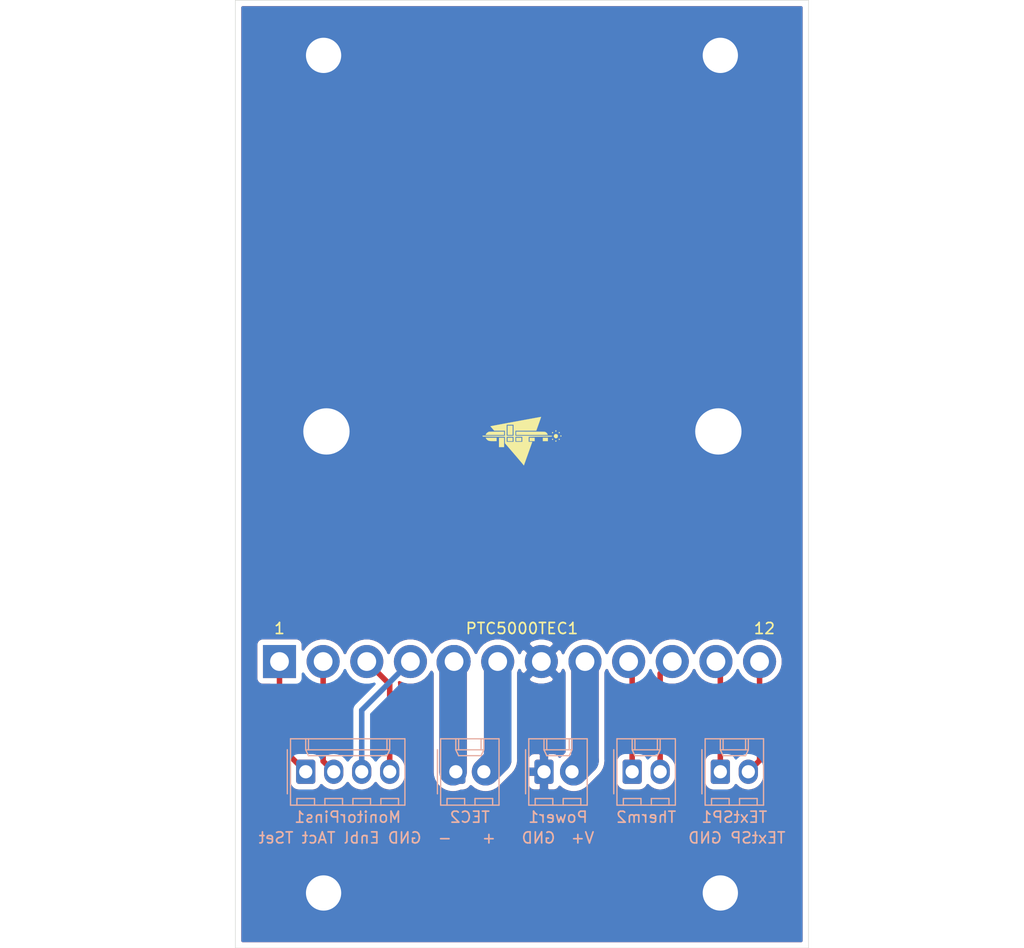
<source format=kicad_pcb>
(kicad_pcb (version 20171130) (host pcbnew "(5.1.2)-2")

  (general
    (thickness 1.6)
    (drawings 20)
    (tracks 33)
    (zones 0)
    (modules 7)
    (nets 13)
  )

  (page A4)
  (layers
    (0 F.Cu signal)
    (31 B.Cu signal)
    (32 B.Adhes user)
    (33 F.Adhes user)
    (34 B.Paste user)
    (35 F.Paste user)
    (36 B.SilkS user)
    (37 F.SilkS user)
    (38 B.Mask user)
    (39 F.Mask user)
    (40 Dwgs.User user)
    (41 Cmts.User user)
    (42 Eco1.User user)
    (43 Eco2.User user)
    (44 Edge.Cuts user)
    (45 Margin user)
    (46 B.CrtYd user)
    (47 F.CrtYd user)
    (48 B.Fab user)
    (49 F.Fab user)
  )

  (setup
    (last_trace_width 3)
    (user_trace_width 0.5)
    (user_trace_width 2.5)
    (user_trace_width 3)
    (trace_clearance 0.2)
    (zone_clearance 0.508)
    (zone_45_only no)
    (trace_min 0.2)
    (via_size 0.8)
    (via_drill 0.4)
    (via_min_size 0.4)
    (via_min_drill 0.3)
    (user_via 6 3.2)
    (uvia_size 0.3)
    (uvia_drill 0.1)
    (uvias_allowed no)
    (uvia_min_size 0.2)
    (uvia_min_drill 0.1)
    (edge_width 0.05)
    (segment_width 0.2)
    (pcb_text_width 0.3)
    (pcb_text_size 1.5 1.5)
    (mod_edge_width 0.12)
    (mod_text_size 1 1)
    (mod_text_width 0.15)
    (pad_size 10 10)
    (pad_drill 4.2)
    (pad_to_mask_clearance 0.051)
    (solder_mask_min_width 0.25)
    (aux_axis_origin 0 0)
    (visible_elements 7FFFFFFF)
    (pcbplotparams
      (layerselection 0x010f0_ffffffff)
      (usegerberextensions true)
      (usegerberattributes false)
      (usegerberadvancedattributes false)
      (creategerberjobfile false)
      (excludeedgelayer true)
      (linewidth 0.100000)
      (plotframeref false)
      (viasonmask false)
      (mode 1)
      (useauxorigin false)
      (hpglpennumber 1)
      (hpglpenspeed 20)
      (hpglpendiameter 15.000000)
      (psnegative false)
      (psa4output false)
      (plotreference true)
      (plotvalue true)
      (plotinvisibletext false)
      (padsonsilk false)
      (subtractmaskfromsilk false)
      (outputformat 1)
      (mirror false)
      (drillshape 0)
      (scaleselection 1)
      (outputdirectory "./"))
  )

  (net 0 "")
  (net 1 /Enable)
  (net 2 /ComMonGND)
  (net 3 /TActMon)
  (net 4 /TSetMon)
  (net 5 /PowerV+)
  (net 6 GND)
  (net 7 /TExtSP)
  (net 8 /TExtSPGND)
  (net 9 /Therm+)
  (net 10 /Therm-)
  (net 11 /TEC+)
  (net 12 /TEC-)

  (net_class Default "This is the default net class."
    (clearance 0.2)
    (trace_width 0.25)
    (via_dia 0.8)
    (via_drill 0.4)
    (uvia_dia 0.3)
    (uvia_drill 0.1)
    (add_net /ComMonGND)
    (add_net /Enable)
    (add_net /PowerV+)
    (add_net /TActMon)
    (add_net /TEC+)
    (add_net /TEC-)
    (add_net /TExtSP)
    (add_net /TExtSPGND)
    (add_net /TSetMon)
    (add_net /Therm+)
    (add_net /Therm-)
    (add_net GND)
  )

  (module MyFootprints:PTC5000TEC (layer F.Cu) (tedit 5DFA5F31) (tstamp 5DF3ADAE)
    (at 108 116)
    (path /5DF37BBF)
    (fp_text reference PTC5000TEC1 (at 22 -3) (layer F.SilkS)
      (effects (font (size 1 1) (thickness 0.15)))
    )
    (fp_text value Conn_01x12_Female (at 0 -0.5) (layer F.Fab)
      (effects (font (size 1 1) (thickness 0.15)))
    )
    (fp_line (start -25.3 -49.6) (end -25.3 5.1) (layer B.CrtYd) (width 0.12))
    (fp_line (start 67.5 -49.6) (end -25.3 -49.6) (layer B.CrtYd) (width 0.12))
    (fp_line (start 67.5 5.1) (end 67.5 -49.6) (layer B.CrtYd) (width 0.12))
    (fp_line (start -25.3 5.1) (end 67.5 5.1) (layer B.CrtYd) (width 0.12))
    (pad 12 thru_hole circle (at 43.56 0) (size 3 3) (drill 1.7) (layers *.Cu *.Mask)
      (net 7 /TExtSP))
    (pad 11 thru_hole circle (at 39.6 0) (size 3 3) (drill 1.7) (layers *.Cu *.Mask)
      (net 8 /TExtSPGND))
    (pad 10 thru_hole circle (at 35.64 0) (size 3 3) (drill 1.7) (layers *.Cu *.Mask)
      (net 9 /Therm+))
    (pad 9 thru_hole circle (at 31.68 0) (size 3 3) (drill 1.7) (layers *.Cu *.Mask)
      (net 10 /Therm-))
    (pad 8 thru_hole circle (at 27.72 0) (size 3 3) (drill 1.7) (layers *.Cu *.Mask)
      (net 5 /PowerV+))
    (pad 7 thru_hole circle (at 23.76 0 90) (size 3 3) (drill 1.7) (layers *.Cu *.Mask)
      (net 6 GND) (zone_connect 1) (thermal_width 0.75) (thermal_gap 0.5))
    (pad 6 thru_hole circle (at 19.8 0) (size 3 3) (drill 1.7) (layers *.Cu *.Mask)
      (net 11 /TEC+))
    (pad 5 thru_hole circle (at 15.84 0 90) (size 3 3) (drill 1.7) (layers *.Cu *.Mask)
      (net 12 /TEC-))
    (pad 4 thru_hole circle (at 11.88 0) (size 3 3) (drill 1.7) (layers *.Cu *.Mask)
      (net 1 /Enable))
    (pad 3 thru_hole circle (at 7.92 0) (size 3 3) (drill 1.7) (layers *.Cu *.Mask)
      (net 2 /ComMonGND))
    (pad 2 thru_hole circle (at 3.96 0) (size 3 3) (drill 1.7) (layers *.Cu *.Mask)
      (net 3 /TActMon))
    (pad 1 thru_hole rect (at 0 0) (size 3 3) (drill 1.7) (layers *.Cu *.Mask)
      (net 4 /TSetMon))
    (pad 13 thru_hole circle (at 4.26 -20.88) (size 10 10) (drill 4.2) (layers *.Cu *.Mask)
      (net 6 GND) (zone_connect 2))
    (pad 14 thru_hole circle (at 39.82 -20.88) (size 10 10) (drill 4.2) (layers *.Cu *.Mask)
      (net 6 GND) (zone_connect 2))
  )

  (module MyFootprints:QLMLogo (layer F.Cu) (tedit 0) (tstamp 5DF3CBD5)
    (at 130 96)
    (fp_text reference G*** (at 0 0) (layer F.SilkS) hide
      (effects (font (size 1.524 1.524) (thickness 0.3)))
    )
    (fp_text value LOGO (at 0.75 0) (layer F.SilkS) hide
      (effects (font (size 1.524 1.524) (thickness 0.3)))
    )
    (fp_poly (pts (xy 1.735721 -2.198458) (xy 1.73368 -2.184751) (xy 1.722822 -2.147505) (xy 1.702814 -2.085761)
      (xy 1.673321 -1.998559) (xy 1.634012 -1.88494) (xy 1.584552 -1.743946) (xy 1.524608 -1.574617)
      (xy 1.453846 -1.375995) (xy 1.371934 -1.14712) (xy 1.317281 -0.994834) (xy 1.300554 -0.948267)
      (xy -0.592666 -0.948267) (xy -0.592666 -0.491067) (xy 1.064988 -0.491067) (xy 1.344136 -0.491007)
      (xy 1.591263 -0.490808) (xy 1.808216 -0.490446) (xy 1.996843 -0.489894) (xy 2.158988 -0.489127)
      (xy 2.2965 -0.488118) (xy 2.411223 -0.486841) (xy 2.505006 -0.485272) (xy 2.579694 -0.483384)
      (xy 2.637133 -0.48115) (xy 2.67917 -0.478547) (xy 2.707652 -0.475546) (xy 2.724424 -0.472123)
      (xy 2.731334 -0.468252) (xy 2.731599 -0.467731) (xy 2.735626 -0.452922) (xy 2.733386 -0.440702)
      (xy 2.722026 -0.430822) (xy 2.698696 -0.423036) (xy 2.660544 -0.417096) (xy 2.604719 -0.412755)
      (xy 2.528369 -0.409764) (xy 2.428643 -0.407877) (xy 2.30269 -0.406846) (xy 2.147658 -0.406424)
      (xy 2.02438 -0.406359) (xy 1.857031 -0.406045) (xy 1.684028 -0.405172) (xy 1.512076 -0.403811)
      (xy 1.347878 -0.402033) (xy 1.198137 -0.39991) (xy 1.069559 -0.397514) (xy 0.9779 -0.395196)
      (xy 0.6096 -0.384074) (xy 0.6096 0.067733) (xy 0.770467 0.067733) (xy 0.839592 0.068836)
      (xy 0.893838 0.071801) (xy 0.925851 0.076112) (xy 0.931334 0.079033) (xy 0.925785 0.096528)
      (xy 0.909774 0.143208) (xy 0.884255 0.216373) (xy 0.850182 0.313322) (xy 0.808509 0.431357)
      (xy 0.760189 0.567776) (xy 0.706176 0.719881) (xy 0.647424 0.88497) (xy 0.584887 1.060345)
      (xy 0.564944 1.116199) (xy 0.501015 1.29528) (xy 0.440226 1.465727) (xy 0.383576 1.624731)
      (xy 0.332062 1.769482) (xy 0.286682 1.89717) (xy 0.248437 2.004985) (xy 0.218322 2.090119)
      (xy 0.197338 2.149761) (xy 0.186481 2.181101) (xy 0.1854 2.1844) (xy 0.17555 2.208557)
      (xy 0.170789 2.206523) (xy 0.159776 2.190769) (xy 0.128331 2.151371) (xy 0.078144 2.09033)
      (xy 0.0109 2.009647) (xy -0.071712 1.911323) (xy -0.168004 1.79736) (xy -0.276289 1.66976)
      (xy -0.39488 1.530524) (xy -0.522088 1.381652) (xy -0.656225 1.225148) (xy -0.6858 1.190704)
      (xy -1.540933 0.195094) (xy -1.540933 -0.389467) (xy -1.388533 -0.389467) (xy -1.388533 0.067733)
      (xy -0.762 0.067733) (xy -0.762 -0.389467) (xy -0.592666 -0.389467) (xy -0.592666 0.067733)
      (xy 0.033867 0.067733) (xy 0.033867 -0.389467) (xy -0.592666 -0.389467) (xy -0.762 -0.389467)
      (xy -1.388533 -0.389467) (xy -1.540933 -0.389467) (xy -1.697567 -0.391853) (xy -1.745786 -0.392534)
      (xy -1.823853 -0.393567) (xy -1.92775 -0.394904) (xy -2.053461 -0.396494) (xy -2.196969 -0.398285)
      (xy -2.354257 -0.400229) (xy -2.521308 -0.402274) (xy -2.694105 -0.40437) (xy -2.709333 -0.404553)
      (xy -3.564466 -0.414867) (xy -3.569878 -0.452967) (xy -3.575289 -0.491067) (xy -1.540933 -0.491067)
      (xy -1.540933 -0.948267) (xy -2.519768 -0.948267) (xy -2.863402 -1.345809) (xy -2.816001 -1.357266)
      (xy -2.783941 -1.364088) (xy -2.722028 -1.376361) (xy -2.63259 -1.393655) (xy -2.517958 -1.415538)
      (xy -2.380459 -1.441582) (xy -2.222425 -1.471354) (xy -2.122344 -1.490134) (xy -1.388533 -1.490134)
      (xy -1.388533 -0.491067) (xy -0.762 -0.491067) (xy -0.762 -1.490134) (xy -1.388533 -1.490134)
      (xy -2.122344 -1.490134) (xy -2.046184 -1.504425) (xy -1.854065 -1.540364) (xy -1.648398 -1.57874)
      (xy -1.431512 -1.619124) (xy -1.205736 -1.661084) (xy -0.9734 -1.704191) (xy -0.736833 -1.748013)
      (xy -0.498365 -1.79212) (xy -0.260324 -1.836082) (xy -0.02504 -1.879469) (xy 0.205158 -1.921849)
      (xy 0.427939 -1.962793) (xy 0.640976 -2.001869) (xy 0.841938 -2.038648) (xy 1.028497 -2.072699)
      (xy 1.198323 -2.103591) (xy 1.349086 -2.130894) (xy 1.478457 -2.154177) (xy 1.584108 -2.173011)
      (xy 1.663708 -2.186964) (xy 1.714929 -2.195606) (xy 1.735441 -2.198506) (xy 1.735721 -2.198458)) (layer F.SilkS) (width 0.01))
    (fp_poly (pts (xy -1.6256 0.541866) (xy -2.0828 0.541866) (xy -2.0828 -0.304801) (xy -1.6256 -0.304801)
      (xy -1.6256 0.541866)) (layer F.SilkS) (width 0.01))
    (fp_poly (pts (xy 3.126484 -0.035911) (xy 3.132667 -0.008467) (xy 3.122258 0.022198) (xy 3.099163 0.045572)
      (xy 3.076249 0.049463) (xy 3.060583 0.042969) (xy 3.052233 0.039585) (xy 3.034725 0.017268)
      (xy 3.032572 -0.017786) (xy 3.045027 -0.04852) (xy 3.056467 -0.056924) (xy 3.098528 -0.059505)
      (xy 3.126484 -0.035911)) (layer F.SilkS) (width 0.01))
    (fp_poly (pts (xy -2.302933 0) (xy -2.595033 -0.001856) (xy -2.696831 -0.003285) (xy -2.79197 -0.006055)
      (xy -2.873085 -0.009844) (xy -2.932811 -0.01433) (xy -2.957806 -0.017685) (xy -3.068874 -0.056298)
      (xy -3.164133 -0.123445) (xy -3.239294 -0.215812) (xy -3.258206 -0.249767) (xy -3.285936 -0.304801)
      (xy -2.302933 -0.304801) (xy -2.302933 0)) (layer F.SilkS) (width 0.01))
    (fp_poly (pts (xy 1.151467 0) (xy 0.694267 0) (xy 0.694267 -0.304801) (xy 1.151467 -0.304801)
      (xy 1.151467 0)) (layer F.SilkS) (width 0.01))
    (fp_poly (pts (xy 2.353734 0) (xy 1.896534 0) (xy 1.896534 -0.304801) (xy 2.353734 -0.304801)
      (xy 2.353734 0)) (layer F.SilkS) (width 0.01))
    (fp_poly (pts (xy 2.820283 -0.189394) (xy 2.82455 -0.154615) (xy 2.807945 -0.116574) (xy 2.772904 -0.105948)
      (xy 2.747434 -0.11262) (xy 2.729906 -0.135166) (xy 2.727797 -0.170356) (xy 2.74036 -0.201078)
      (xy 2.751667 -0.209324) (xy 2.794137 -0.212696) (xy 2.820283 -0.189394)) (layer F.SilkS) (width 0.01))
    (fp_poly (pts (xy 3.429883 -0.189394) (xy 3.43415 -0.154615) (xy 3.417545 -0.116574) (xy 3.382504 -0.105948)
      (xy 3.357033 -0.11262) (xy 3.339506 -0.135166) (xy 3.337397 -0.170356) (xy 3.34996 -0.201078)
      (xy 3.361267 -0.209324) (xy 3.403737 -0.212696) (xy 3.429883 -0.189394)) (layer F.SilkS) (width 0.01))
    (fp_poly (pts (xy 3.137562 -0.632262) (xy 3.174355 -0.620064) (xy 3.207031 -0.592431) (xy 3.218723 -0.5797)
      (xy 3.258094 -0.525732) (xy 3.267119 -0.486114) (xy 3.245809 -0.461125) (xy 3.2131 -0.452517)
      (xy 3.158067 -0.445687) (xy 3.2131 -0.442977) (xy 3.25447 -0.433472) (xy 3.267558 -0.408884)
      (xy 3.252988 -0.366868) (xy 3.239272 -0.344228) (xy 3.201361 -0.306353) (xy 3.147492 -0.273796)
      (xy 3.09364 -0.255493) (xy 3.078177 -0.254105) (xy 3.048939 -0.261492) (xy 3.007847 -0.27924)
      (xy 3.005667 -0.280352) (xy 2.940693 -0.3298) (xy 2.902883 -0.393276) (xy 2.893601 -0.464049)
      (xy 2.914211 -0.535391) (xy 2.945011 -0.5797) (xy 2.97943 -0.613375) (xy 3.01335 -0.62975)
      (xy 3.061557 -0.6348) (xy 3.081867 -0.635) (xy 3.137562 -0.632262)) (layer F.SilkS) (width 0.01))
    (fp_poly (pts (xy 3.582283 -0.494194) (xy 3.58655 -0.459415) (xy 3.569945 -0.421374) (xy 3.534904 -0.410748)
      (xy 3.509433 -0.41742) (xy 3.491906 -0.439966) (xy 3.489797 -0.475156) (xy 3.50236 -0.505878)
      (xy 3.513667 -0.514124) (xy 3.556137 -0.517496) (xy 3.582283 -0.494194)) (layer F.SilkS) (width 0.01))
    (fp_poly (pts (xy -1.6256 -0.558801) (xy -3.287349 -0.558801) (xy -3.276095 -0.596901) (xy -3.232092 -0.68733)
      (xy -3.159226 -0.762359) (xy -3.086963 -0.806899) (xy -2.988733 -0.855134) (xy -2.307166 -0.860253)
      (xy -1.6256 -0.865372) (xy -1.6256 -0.558801)) (layer F.SilkS) (width 0.01))
    (fp_poly (pts (xy 0.766234 -0.859969) (xy 1.007088 -0.859025) (xy 1.216425 -0.858083) (xy 1.396593 -0.85708)
      (xy 1.54994 -0.855956) (xy 1.678816 -0.85465) (xy 1.78557 -0.8531) (xy 1.87255 -0.851247)
      (xy 1.942105 -0.849028) (xy 1.996583 -0.846383) (xy 2.038334 -0.84325) (xy 2.069707 -0.83957)
      (xy 2.09305 -0.83528) (xy 2.110711 -0.830321) (xy 2.124902 -0.824692) (xy 2.178114 -0.796094)
      (xy 2.224611 -0.763736) (xy 2.232384 -0.756959) (xy 2.263879 -0.719968) (xy 2.2963 -0.670562)
      (xy 2.322728 -0.620704) (xy 2.336245 -0.582356) (xy 2.3368 -0.576408) (xy 2.322216 -0.572876)
      (xy 2.278129 -0.569755) (xy 2.204035 -0.567038) (xy 2.099432 -0.564719) (xy 1.963815 -0.562792)
      (xy 1.796683 -0.561251) (xy 1.597531 -0.560089) (xy 1.365856 -0.559301) (xy 1.101156 -0.55888)
      (xy 0.905934 -0.558801) (xy -0.524933 -0.558801) (xy -0.524933 -0.864803) (xy 0.766234 -0.859969)) (layer F.SilkS) (width 0.01))
    (fp_poly (pts (xy 2.821684 -0.797911) (xy 2.827867 -0.770467) (xy 2.815204 -0.735507) (xy 2.785668 -0.714201)
      (xy 2.751939 -0.713287) (xy 2.737556 -0.722489) (xy 2.726368 -0.75213) (xy 2.730386 -0.789511)
      (xy 2.746937 -0.816365) (xy 2.751667 -0.818924) (xy 2.793728 -0.821505) (xy 2.821684 -0.797911)) (layer F.SilkS) (width 0.01))
    (fp_poly (pts (xy 3.429883 -0.798994) (xy 3.43415 -0.764215) (xy 3.417545 -0.726174) (xy 3.382504 -0.715548)
      (xy 3.357033 -0.72222) (xy 3.339506 -0.744766) (xy 3.337397 -0.779956) (xy 3.34996 -0.810678)
      (xy 3.361267 -0.818924) (xy 3.403737 -0.822296) (xy 3.429883 -0.798994)) (layer F.SilkS) (width 0.01))
    (fp_poly (pts (xy 3.125089 -0.951353) (xy 3.12935 -0.916471) (xy 3.113108 -0.882255) (xy 3.082346 -0.864195)
      (xy 3.050028 -0.868646) (xy 3.04307 -0.874175) (xy 3.031376 -0.904178) (xy 3.035056 -0.941711)
      (xy 3.051615 -0.968699) (xy 3.056467 -0.971324) (xy 3.098958 -0.9747) (xy 3.125089 -0.951353)) (layer F.SilkS) (width 0.01))
    (fp_poly (pts (xy -0.846666 0) (xy -1.303866 0) (xy -1.303866 -0.304801) (xy -0.846666 -0.304801)
      (xy -0.846666 0)) (layer F.SilkS) (width 0.01))
    (fp_poly (pts (xy -0.0508 0) (xy -0.524933 0) (xy -0.524933 -0.304801) (xy -0.0508 -0.304801)
      (xy -0.0508 0)) (layer F.SilkS) (width 0.01))
    (fp_poly (pts (xy -0.846666 -0.558801) (xy -1.303866 -0.558801) (xy -1.303866 -1.405467) (xy -0.846666 -1.405467)
      (xy -0.846666 -0.558801)) (layer F.SilkS) (width 0.01))
  )

  (module Connector_Molex:Molex_KK-254_AE-6410-02A_1x02_P2.54mm_Vertical (layer B.Cu) (tedit 5B78013E) (tstamp 5DF3AE1A)
    (at 140 126)
    (descr "Molex KK-254 Interconnect System, old/engineering part number: AE-6410-02A example for new part number: 22-27-2021, 2 Pins (http://www.molex.com/pdm_docs/sd/022272021_sd.pdf), generated with kicad-footprint-generator")
    (tags "connector Molex KK-254 side entry")
    (path /5DF3A36B)
    (fp_text reference Therm2 (at 1.27 4.12) (layer B.SilkS)
      (effects (font (size 1 1) (thickness 0.15)) (justify mirror))
    )
    (fp_text value Conn_01x02_Male (at 1.27 -4.08) (layer B.Fab)
      (effects (font (size 1 1) (thickness 0.15)) (justify mirror))
    )
    (fp_text user %R (at 1.27 2.22) (layer B.Fab)
      (effects (font (size 1 1) (thickness 0.15)) (justify mirror))
    )
    (fp_line (start 4.31 3.42) (end -1.77 3.42) (layer B.CrtYd) (width 0.05))
    (fp_line (start 4.31 -3.38) (end 4.31 3.42) (layer B.CrtYd) (width 0.05))
    (fp_line (start -1.77 -3.38) (end 4.31 -3.38) (layer B.CrtYd) (width 0.05))
    (fp_line (start -1.77 3.42) (end -1.77 -3.38) (layer B.CrtYd) (width 0.05))
    (fp_line (start 3.34 2.43) (end 3.34 3.03) (layer B.SilkS) (width 0.12))
    (fp_line (start 1.74 2.43) (end 3.34 2.43) (layer B.SilkS) (width 0.12))
    (fp_line (start 1.74 3.03) (end 1.74 2.43) (layer B.SilkS) (width 0.12))
    (fp_line (start 0.8 2.43) (end 0.8 3.03) (layer B.SilkS) (width 0.12))
    (fp_line (start -0.8 2.43) (end 0.8 2.43) (layer B.SilkS) (width 0.12))
    (fp_line (start -0.8 3.03) (end -0.8 2.43) (layer B.SilkS) (width 0.12))
    (fp_line (start 2.29 -2.99) (end 2.29 -1.99) (layer B.SilkS) (width 0.12))
    (fp_line (start 0.25 -2.99) (end 0.25 -1.99) (layer B.SilkS) (width 0.12))
    (fp_line (start 2.29 -1.46) (end 2.54 -1.99) (layer B.SilkS) (width 0.12))
    (fp_line (start 0.25 -1.46) (end 2.29 -1.46) (layer B.SilkS) (width 0.12))
    (fp_line (start 0 -1.99) (end 0.25 -1.46) (layer B.SilkS) (width 0.12))
    (fp_line (start 2.54 -1.99) (end 2.54 -2.99) (layer B.SilkS) (width 0.12))
    (fp_line (start 0 -1.99) (end 2.54 -1.99) (layer B.SilkS) (width 0.12))
    (fp_line (start 0 -2.99) (end 0 -1.99) (layer B.SilkS) (width 0.12))
    (fp_line (start -0.562893 0) (end -1.27 -0.5) (layer B.Fab) (width 0.1))
    (fp_line (start -1.27 0.5) (end -0.562893 0) (layer B.Fab) (width 0.1))
    (fp_line (start -1.67 2) (end -1.67 -2) (layer B.SilkS) (width 0.12))
    (fp_line (start 3.92 3.03) (end -1.38 3.03) (layer B.SilkS) (width 0.12))
    (fp_line (start 3.92 -2.99) (end 3.92 3.03) (layer B.SilkS) (width 0.12))
    (fp_line (start -1.38 -2.99) (end 3.92 -2.99) (layer B.SilkS) (width 0.12))
    (fp_line (start -1.38 3.03) (end -1.38 -2.99) (layer B.SilkS) (width 0.12))
    (fp_line (start 3.81 2.92) (end -1.27 2.92) (layer B.Fab) (width 0.1))
    (fp_line (start 3.81 -2.88) (end 3.81 2.92) (layer B.Fab) (width 0.1))
    (fp_line (start -1.27 -2.88) (end 3.81 -2.88) (layer B.Fab) (width 0.1))
    (fp_line (start -1.27 2.92) (end -1.27 -2.88) (layer B.Fab) (width 0.1))
    (pad 2 thru_hole oval (at 2.54 0) (size 1.74 2.2) (drill 1.2) (layers *.Cu *.Mask)
      (net 9 /Therm+))
    (pad 1 thru_hole roundrect (at 0 0) (size 1.74 2.2) (drill 1.2) (layers *.Cu *.Mask) (roundrect_rratio 0.143678)
      (net 10 /Therm-))
    (model ${KISYS3DMOD}/Connector_Molex.3dshapes/Molex_KK-254_AE-6410-02A_1x02_P2.54mm_Vertical.wrl
      (at (xyz 0 0 0))
      (scale (xyz 1 1 1))
      (rotate (xyz 0 0 0))
    )
  )

  (module Connector_Molex:Molex_KK-254_AE-6410-02A_1x02_P2.54mm_Vertical (layer B.Cu) (tedit 5B78013E) (tstamp 5DF3ADF6)
    (at 148 126)
    (descr "Molex KK-254 Interconnect System, old/engineering part number: AE-6410-02A example for new part number: 22-27-2021, 2 Pins (http://www.molex.com/pdm_docs/sd/022272021_sd.pdf), generated with kicad-footprint-generator")
    (tags "connector Molex KK-254 side entry")
    (path /5DF3AAB6)
    (fp_text reference TExtSP1 (at 1.27 4.12) (layer B.SilkS)
      (effects (font (size 1 1) (thickness 0.15)) (justify mirror))
    )
    (fp_text value Conn_01x02_Male (at 1.27 -4.08) (layer B.Fab)
      (effects (font (size 1 1) (thickness 0.15)) (justify mirror))
    )
    (fp_text user %R (at 1.27 2.22) (layer B.Fab)
      (effects (font (size 1 1) (thickness 0.15)) (justify mirror))
    )
    (fp_line (start 4.31 3.42) (end -1.77 3.42) (layer B.CrtYd) (width 0.05))
    (fp_line (start 4.31 -3.38) (end 4.31 3.42) (layer B.CrtYd) (width 0.05))
    (fp_line (start -1.77 -3.38) (end 4.31 -3.38) (layer B.CrtYd) (width 0.05))
    (fp_line (start -1.77 3.42) (end -1.77 -3.38) (layer B.CrtYd) (width 0.05))
    (fp_line (start 3.34 2.43) (end 3.34 3.03) (layer B.SilkS) (width 0.12))
    (fp_line (start 1.74 2.43) (end 3.34 2.43) (layer B.SilkS) (width 0.12))
    (fp_line (start 1.74 3.03) (end 1.74 2.43) (layer B.SilkS) (width 0.12))
    (fp_line (start 0.8 2.43) (end 0.8 3.03) (layer B.SilkS) (width 0.12))
    (fp_line (start -0.8 2.43) (end 0.8 2.43) (layer B.SilkS) (width 0.12))
    (fp_line (start -0.8 3.03) (end -0.8 2.43) (layer B.SilkS) (width 0.12))
    (fp_line (start 2.29 -2.99) (end 2.29 -1.99) (layer B.SilkS) (width 0.12))
    (fp_line (start 0.25 -2.99) (end 0.25 -1.99) (layer B.SilkS) (width 0.12))
    (fp_line (start 2.29 -1.46) (end 2.54 -1.99) (layer B.SilkS) (width 0.12))
    (fp_line (start 0.25 -1.46) (end 2.29 -1.46) (layer B.SilkS) (width 0.12))
    (fp_line (start 0 -1.99) (end 0.25 -1.46) (layer B.SilkS) (width 0.12))
    (fp_line (start 2.54 -1.99) (end 2.54 -2.99) (layer B.SilkS) (width 0.12))
    (fp_line (start 0 -1.99) (end 2.54 -1.99) (layer B.SilkS) (width 0.12))
    (fp_line (start 0 -2.99) (end 0 -1.99) (layer B.SilkS) (width 0.12))
    (fp_line (start -0.562893 0) (end -1.27 -0.5) (layer B.Fab) (width 0.1))
    (fp_line (start -1.27 0.5) (end -0.562893 0) (layer B.Fab) (width 0.1))
    (fp_line (start -1.67 2) (end -1.67 -2) (layer B.SilkS) (width 0.12))
    (fp_line (start 3.92 3.03) (end -1.38 3.03) (layer B.SilkS) (width 0.12))
    (fp_line (start 3.92 -2.99) (end 3.92 3.03) (layer B.SilkS) (width 0.12))
    (fp_line (start -1.38 -2.99) (end 3.92 -2.99) (layer B.SilkS) (width 0.12))
    (fp_line (start -1.38 3.03) (end -1.38 -2.99) (layer B.SilkS) (width 0.12))
    (fp_line (start 3.81 2.92) (end -1.27 2.92) (layer B.Fab) (width 0.1))
    (fp_line (start 3.81 -2.88) (end 3.81 2.92) (layer B.Fab) (width 0.1))
    (fp_line (start -1.27 -2.88) (end 3.81 -2.88) (layer B.Fab) (width 0.1))
    (fp_line (start -1.27 2.92) (end -1.27 -2.88) (layer B.Fab) (width 0.1))
    (pad 2 thru_hole oval (at 2.54 0) (size 1.74 2.2) (drill 1.2) (layers *.Cu *.Mask)
      (net 7 /TExtSP))
    (pad 1 thru_hole roundrect (at 0 0) (size 1.74 2.2) (drill 1.2) (layers *.Cu *.Mask) (roundrect_rratio 0.143678)
      (net 8 /TExtSPGND))
    (model ${KISYS3DMOD}/Connector_Molex.3dshapes/Molex_KK-254_AE-6410-02A_1x02_P2.54mm_Vertical.wrl
      (at (xyz 0 0 0))
      (scale (xyz 1 1 1))
      (rotate (xyz 0 0 0))
    )
  )

  (module Connector_Molex:Molex_KK-254_AE-6410-02A_1x02_P2.54mm_Vertical (layer B.Cu) (tedit 5B78013E) (tstamp 5DF3ADD2)
    (at 124 126)
    (descr "Molex KK-254 Interconnect System, old/engineering part number: AE-6410-02A example for new part number: 22-27-2021, 2 Pins (http://www.molex.com/pdm_docs/sd/022272021_sd.pdf), generated with kicad-footprint-generator")
    (tags "connector Molex KK-254 side entry")
    (path /5DF39867)
    (fp_text reference TEC2 (at 1.27 4.12) (layer B.SilkS)
      (effects (font (size 1 1) (thickness 0.15)) (justify mirror))
    )
    (fp_text value Conn_01x02_Male (at 1.27 -4.08) (layer B.Fab)
      (effects (font (size 1 1) (thickness 0.15)) (justify mirror))
    )
    (fp_text user %R (at 1.27 2.22) (layer B.Fab)
      (effects (font (size 1 1) (thickness 0.15)) (justify mirror))
    )
    (fp_line (start 4.31 3.42) (end -1.77 3.42) (layer B.CrtYd) (width 0.05))
    (fp_line (start 4.31 -3.38) (end 4.31 3.42) (layer B.CrtYd) (width 0.05))
    (fp_line (start -1.77 -3.38) (end 4.31 -3.38) (layer B.CrtYd) (width 0.05))
    (fp_line (start -1.77 3.42) (end -1.77 -3.38) (layer B.CrtYd) (width 0.05))
    (fp_line (start 3.34 2.43) (end 3.34 3.03) (layer B.SilkS) (width 0.12))
    (fp_line (start 1.74 2.43) (end 3.34 2.43) (layer B.SilkS) (width 0.12))
    (fp_line (start 1.74 3.03) (end 1.74 2.43) (layer B.SilkS) (width 0.12))
    (fp_line (start 0.8 2.43) (end 0.8 3.03) (layer B.SilkS) (width 0.12))
    (fp_line (start -0.8 2.43) (end 0.8 2.43) (layer B.SilkS) (width 0.12))
    (fp_line (start -0.8 3.03) (end -0.8 2.43) (layer B.SilkS) (width 0.12))
    (fp_line (start 2.29 -2.99) (end 2.29 -1.99) (layer B.SilkS) (width 0.12))
    (fp_line (start 0.25 -2.99) (end 0.25 -1.99) (layer B.SilkS) (width 0.12))
    (fp_line (start 2.29 -1.46) (end 2.54 -1.99) (layer B.SilkS) (width 0.12))
    (fp_line (start 0.25 -1.46) (end 2.29 -1.46) (layer B.SilkS) (width 0.12))
    (fp_line (start 0 -1.99) (end 0.25 -1.46) (layer B.SilkS) (width 0.12))
    (fp_line (start 2.54 -1.99) (end 2.54 -2.99) (layer B.SilkS) (width 0.12))
    (fp_line (start 0 -1.99) (end 2.54 -1.99) (layer B.SilkS) (width 0.12))
    (fp_line (start 0 -2.99) (end 0 -1.99) (layer B.SilkS) (width 0.12))
    (fp_line (start -0.562893 0) (end -1.27 -0.5) (layer B.Fab) (width 0.1))
    (fp_line (start -1.27 0.5) (end -0.562893 0) (layer B.Fab) (width 0.1))
    (fp_line (start -1.67 2) (end -1.67 -2) (layer B.SilkS) (width 0.12))
    (fp_line (start 3.92 3.03) (end -1.38 3.03) (layer B.SilkS) (width 0.12))
    (fp_line (start 3.92 -2.99) (end 3.92 3.03) (layer B.SilkS) (width 0.12))
    (fp_line (start -1.38 -2.99) (end 3.92 -2.99) (layer B.SilkS) (width 0.12))
    (fp_line (start -1.38 3.03) (end -1.38 -2.99) (layer B.SilkS) (width 0.12))
    (fp_line (start 3.81 2.92) (end -1.27 2.92) (layer B.Fab) (width 0.1))
    (fp_line (start 3.81 -2.88) (end 3.81 2.92) (layer B.Fab) (width 0.1))
    (fp_line (start -1.27 -2.88) (end 3.81 -2.88) (layer B.Fab) (width 0.1))
    (fp_line (start -1.27 2.92) (end -1.27 -2.88) (layer B.Fab) (width 0.1))
    (pad 2 thru_hole oval (at 2.54 0) (size 1.74 2.2) (drill 1.2) (layers *.Cu *.Mask)
      (net 11 /TEC+))
    (pad 1 thru_hole roundrect (at 0 0) (size 1.74 2.2) (drill 1.2) (layers *.Cu *.Mask) (roundrect_rratio 0.143678)
      (net 12 /TEC-))
    (model ${KISYS3DMOD}/Connector_Molex.3dshapes/Molex_KK-254_AE-6410-02A_1x02_P2.54mm_Vertical.wrl
      (at (xyz 0 0 0))
      (scale (xyz 1 1 1))
      (rotate (xyz 0 0 0))
    )
  )

  (module Connector_Molex:Molex_KK-254_AE-6410-02A_1x02_P2.54mm_Vertical (layer B.Cu) (tedit 5DF3C4EA) (tstamp 5DF3AD9A)
    (at 132 126)
    (descr "Molex KK-254 Interconnect System, old/engineering part number: AE-6410-02A example for new part number: 22-27-2021, 2 Pins (http://www.molex.com/pdm_docs/sd/022272021_sd.pdf), generated with kicad-footprint-generator")
    (tags "connector Molex KK-254 side entry")
    (path /5DF39E90)
    (fp_text reference Power1 (at 1.27 4.12) (layer B.SilkS)
      (effects (font (size 1 1) (thickness 0.15)) (justify mirror))
    )
    (fp_text value Conn_01x02_Male (at 1.27 -4.08) (layer B.Fab)
      (effects (font (size 1 1) (thickness 0.15)) (justify mirror))
    )
    (fp_text user %R (at 1.27 2.22) (layer B.Fab)
      (effects (font (size 1 1) (thickness 0.15)) (justify mirror))
    )
    (fp_line (start 4.31 3.42) (end -1.77 3.42) (layer B.CrtYd) (width 0.05))
    (fp_line (start 4.31 -3.38) (end 4.31 3.42) (layer B.CrtYd) (width 0.05))
    (fp_line (start -1.77 -3.38) (end 4.31 -3.38) (layer B.CrtYd) (width 0.05))
    (fp_line (start -1.77 3.42) (end -1.77 -3.38) (layer B.CrtYd) (width 0.05))
    (fp_line (start 3.34 2.43) (end 3.34 3.03) (layer B.SilkS) (width 0.12))
    (fp_line (start 1.74 2.43) (end 3.34 2.43) (layer B.SilkS) (width 0.12))
    (fp_line (start 1.74 3.03) (end 1.74 2.43) (layer B.SilkS) (width 0.12))
    (fp_line (start 0.8 2.43) (end 0.8 3.03) (layer B.SilkS) (width 0.12))
    (fp_line (start -0.8 2.43) (end 0.8 2.43) (layer B.SilkS) (width 0.12))
    (fp_line (start -0.8 3.03) (end -0.8 2.43) (layer B.SilkS) (width 0.12))
    (fp_line (start 2.29 -2.99) (end 2.29 -1.99) (layer B.SilkS) (width 0.12))
    (fp_line (start 0.25 -2.99) (end 0.25 -1.99) (layer B.SilkS) (width 0.12))
    (fp_line (start 2.29 -1.46) (end 2.54 -1.99) (layer B.SilkS) (width 0.12))
    (fp_line (start 0.25 -1.46) (end 2.29 -1.46) (layer B.SilkS) (width 0.12))
    (fp_line (start 0 -1.99) (end 0.25 -1.46) (layer B.SilkS) (width 0.12))
    (fp_line (start 2.54 -1.99) (end 2.54 -2.99) (layer B.SilkS) (width 0.12))
    (fp_line (start 0 -1.99) (end 2.54 -1.99) (layer B.SilkS) (width 0.12))
    (fp_line (start 0 -2.99) (end 0 -1.99) (layer B.SilkS) (width 0.12))
    (fp_line (start -0.562893 0) (end -1.27 -0.5) (layer B.Fab) (width 0.1))
    (fp_line (start -1.27 0.5) (end -0.562893 0) (layer B.Fab) (width 0.1))
    (fp_line (start -1.67 2) (end -1.67 -2) (layer B.SilkS) (width 0.12))
    (fp_line (start 3.92 3.03) (end -1.38 3.03) (layer B.SilkS) (width 0.12))
    (fp_line (start 3.92 -2.99) (end 3.92 3.03) (layer B.SilkS) (width 0.12))
    (fp_line (start -1.38 -2.99) (end 3.92 -2.99) (layer B.SilkS) (width 0.12))
    (fp_line (start -1.38 3.03) (end -1.38 -2.99) (layer B.SilkS) (width 0.12))
    (fp_line (start 3.81 2.92) (end -1.27 2.92) (layer B.Fab) (width 0.1))
    (fp_line (start 3.81 -2.88) (end 3.81 2.92) (layer B.Fab) (width 0.1))
    (fp_line (start -1.27 -2.88) (end 3.81 -2.88) (layer B.Fab) (width 0.1))
    (fp_line (start -1.27 2.92) (end -1.27 -2.88) (layer B.Fab) (width 0.1))
    (pad 2 thru_hole oval (at 2.54 0) (size 1.74 2.2) (drill 1.2) (layers *.Cu *.Mask)
      (net 5 /PowerV+))
    (pad 1 thru_hole roundrect (at 0 0) (size 1.74 2.2) (drill 1.2) (layers *.Cu *.Mask) (roundrect_rratio 0.144)
      (net 6 GND) (zone_connect 1) (thermal_width 0.75) (thermal_gap 0.5))
    (model ${KISYS3DMOD}/Connector_Molex.3dshapes/Molex_KK-254_AE-6410-02A_1x02_P2.54mm_Vertical.wrl
      (at (xyz 0 0 0))
      (scale (xyz 1 1 1))
      (rotate (xyz 0 0 0))
    )
  )

  (module Connector_Molex:Molex_KK-254_AE-6410-04A_1x04_P2.54mm_Vertical (layer B.Cu) (tedit 5B78013E) (tstamp 5DF3AD76)
    (at 110.38 126)
    (descr "Molex KK-254 Interconnect System, old/engineering part number: AE-6410-04A example for new part number: 22-27-2041, 4 Pins (http://www.molex.com/pdm_docs/sd/022272021_sd.pdf), generated with kicad-footprint-generator")
    (tags "connector Molex KK-254 side entry")
    (path /5DF3ECB4)
    (fp_text reference MonitorPins1 (at 3.81 4.12) (layer B.SilkS)
      (effects (font (size 1 1) (thickness 0.15)) (justify mirror))
    )
    (fp_text value Conn_01x04_Male (at 3.81 -4.08) (layer B.Fab)
      (effects (font (size 1 1) (thickness 0.15)) (justify mirror))
    )
    (fp_text user %R (at 3.81 2.22) (layer B.Fab)
      (effects (font (size 1 1) (thickness 0.15)) (justify mirror))
    )
    (fp_line (start 9.39 3.42) (end -1.77 3.42) (layer B.CrtYd) (width 0.05))
    (fp_line (start 9.39 -3.38) (end 9.39 3.42) (layer B.CrtYd) (width 0.05))
    (fp_line (start -1.77 -3.38) (end 9.39 -3.38) (layer B.CrtYd) (width 0.05))
    (fp_line (start -1.77 3.42) (end -1.77 -3.38) (layer B.CrtYd) (width 0.05))
    (fp_line (start 8.42 2.43) (end 8.42 3.03) (layer B.SilkS) (width 0.12))
    (fp_line (start 6.82 2.43) (end 8.42 2.43) (layer B.SilkS) (width 0.12))
    (fp_line (start 6.82 3.03) (end 6.82 2.43) (layer B.SilkS) (width 0.12))
    (fp_line (start 5.88 2.43) (end 5.88 3.03) (layer B.SilkS) (width 0.12))
    (fp_line (start 4.28 2.43) (end 5.88 2.43) (layer B.SilkS) (width 0.12))
    (fp_line (start 4.28 3.03) (end 4.28 2.43) (layer B.SilkS) (width 0.12))
    (fp_line (start 3.34 2.43) (end 3.34 3.03) (layer B.SilkS) (width 0.12))
    (fp_line (start 1.74 2.43) (end 3.34 2.43) (layer B.SilkS) (width 0.12))
    (fp_line (start 1.74 3.03) (end 1.74 2.43) (layer B.SilkS) (width 0.12))
    (fp_line (start 0.8 2.43) (end 0.8 3.03) (layer B.SilkS) (width 0.12))
    (fp_line (start -0.8 2.43) (end 0.8 2.43) (layer B.SilkS) (width 0.12))
    (fp_line (start -0.8 3.03) (end -0.8 2.43) (layer B.SilkS) (width 0.12))
    (fp_line (start 7.37 -2.99) (end 7.37 -1.99) (layer B.SilkS) (width 0.12))
    (fp_line (start 0.25 -2.99) (end 0.25 -1.99) (layer B.SilkS) (width 0.12))
    (fp_line (start 7.37 -1.46) (end 7.62 -1.99) (layer B.SilkS) (width 0.12))
    (fp_line (start 0.25 -1.46) (end 7.37 -1.46) (layer B.SilkS) (width 0.12))
    (fp_line (start 0 -1.99) (end 0.25 -1.46) (layer B.SilkS) (width 0.12))
    (fp_line (start 7.62 -1.99) (end 7.62 -2.99) (layer B.SilkS) (width 0.12))
    (fp_line (start 0 -1.99) (end 7.62 -1.99) (layer B.SilkS) (width 0.12))
    (fp_line (start 0 -2.99) (end 0 -1.99) (layer B.SilkS) (width 0.12))
    (fp_line (start -0.562893 0) (end -1.27 -0.5) (layer B.Fab) (width 0.1))
    (fp_line (start -1.27 0.5) (end -0.562893 0) (layer B.Fab) (width 0.1))
    (fp_line (start -1.67 2) (end -1.67 -2) (layer B.SilkS) (width 0.12))
    (fp_line (start 9 3.03) (end -1.38 3.03) (layer B.SilkS) (width 0.12))
    (fp_line (start 9 -2.99) (end 9 3.03) (layer B.SilkS) (width 0.12))
    (fp_line (start -1.38 -2.99) (end 9 -2.99) (layer B.SilkS) (width 0.12))
    (fp_line (start -1.38 3.03) (end -1.38 -2.99) (layer B.SilkS) (width 0.12))
    (fp_line (start 8.89 2.92) (end -1.27 2.92) (layer B.Fab) (width 0.1))
    (fp_line (start 8.89 -2.88) (end 8.89 2.92) (layer B.Fab) (width 0.1))
    (fp_line (start -1.27 -2.88) (end 8.89 -2.88) (layer B.Fab) (width 0.1))
    (fp_line (start -1.27 2.92) (end -1.27 -2.88) (layer B.Fab) (width 0.1))
    (pad 4 thru_hole oval (at 7.62 0) (size 1.74 2.2) (drill 1.2) (layers *.Cu *.Mask)
      (net 2 /ComMonGND))
    (pad 3 thru_hole oval (at 5.08 0) (size 1.74 2.2) (drill 1.2) (layers *.Cu *.Mask)
      (net 1 /Enable))
    (pad 2 thru_hole oval (at 2.54 0) (size 1.74 2.2) (drill 1.2) (layers *.Cu *.Mask)
      (net 3 /TActMon))
    (pad 1 thru_hole roundrect (at 0 0) (size 1.74 2.2) (drill 1.2) (layers *.Cu *.Mask) (roundrect_rratio 0.143678)
      (net 4 /TSetMon))
    (model ${KISYS3DMOD}/Connector_Molex.3dshapes/Molex_KK-254_AE-6410-04A_1x04_P2.54mm_Vertical.wrl
      (at (xyz 0 0 0))
      (scale (xyz 1 1 1))
      (rotate (xyz 0 0 0))
    )
  )

  (gr_text "TExtSP GND" (at 149.5 132) (layer B.SilkS)
    (effects (font (size 1 1) (thickness 0.15)) (justify mirror))
  )
  (gr_text "GND Enbl TAct TSet" (at 113.5 132) (layer B.SilkS)
    (effects (font (size 1 1) (thickness 0.15)) (justify mirror))
  )
  (gr_circle (center 148 137) (end 149.5 137) (layer F.Mask) (width 3) (tstamp 5DF80A96))
  (gr_circle (center 148 137) (end 149.5 137) (layer B.Mask) (width 3) (tstamp 5DF80A8F))
  (gr_circle (center 112 137) (end 113.5 137) (layer F.Mask) (width 3) (tstamp 5DF80A8A))
  (gr_circle (center 112 137) (end 113.5 137) (layer B.Mask) (width 3) (tstamp 5DF80A7A))
  (gr_circle (center 148 61) (end 149.5 61) (layer F.Mask) (width 3) (tstamp 5DF80A72))
  (gr_circle (center 148 61) (end 149.5 61) (layer B.Mask) (width 3) (tstamp 5DF80A2E))
  (gr_circle (center 112 61) (end 113.5 61) (layer B.Mask) (width 3) (tstamp 5DF80A1F))
  (gr_circle (center 112 61) (end 113.5 61) (layer F.Mask) (width 3))
  (gr_line (start 156 56) (end 104 56) (layer Edge.Cuts) (width 0.05) (tstamp 5DF8066B))
  (gr_line (start 156 142) (end 156 56) (layer Edge.Cuts) (width 0.05))
  (gr_line (start 104 142) (end 156 142) (layer Edge.Cuts) (width 0.05))
  (gr_line (start 104 56) (end 104 142) (layer Edge.Cuts) (width 0.05))
  (gr_text GND (at 131.5 132) (layer B.SilkS)
    (effects (font (size 1 1) (thickness 0.15)) (justify mirror))
  )
  (gr_text V+ (at 135.5 132) (layer B.SilkS)
    (effects (font (size 1 1) (thickness 0.15)) (justify mirror))
  )
  (gr_text + (at 127 132) (layer B.SilkS)
    (effects (font (size 1 1) (thickness 0.15)) (justify mirror))
  )
  (gr_text - (at 123 132) (layer B.SilkS)
    (effects (font (size 1 1) (thickness 0.15)) (justify mirror))
  )
  (gr_text 12 (at 152 113) (layer F.SilkS)
    (effects (font (size 1 1) (thickness 0.15)))
  )
  (gr_text 1 (at 108 113) (layer F.SilkS)
    (effects (font (size 1 1) (thickness 0.15)))
  )

  (segment (start 115.46 120.42) (end 115.46 126) (width 0.5) (layer B.Cu) (net 1))
  (segment (start 119.88 116) (end 115.46 120.42) (width 0.5) (layer B.Cu) (net 1))
  (segment (start 118 118.08) (end 118 126) (width 0.5) (layer F.Cu) (net 2))
  (segment (start 115.92 116) (end 118 118.08) (width 0.5) (layer F.Cu) (net 2))
  (via (at 112 61) (size 6) (drill 3.2) (layers F.Cu B.Cu) (net 6))
  (via (at 148 61) (size 6) (drill 3.2) (layers F.Cu B.Cu) (net 6))
  (via (at 112 137) (size 6) (drill 3.2) (layers F.Cu B.Cu) (net 6))
  (via (at 148 137) (size 6) (drill 3.2) (layers F.Cu B.Cu) (net 6))
  (segment (start 111.96 125.04) (end 112.92 126) (width 0.5) (layer F.Cu) (net 3))
  (segment (start 111.96 116) (end 111.96 125.04) (width 0.5) (layer F.Cu) (net 3))
  (segment (start 108 123.62) (end 110.38 126) (width 0.5) (layer F.Cu) (net 4))
  (segment (start 108 116) (end 108 123.62) (width 0.5) (layer F.Cu) (net 4))
  (segment (start 135.72 124.980009) (end 134.700009 126) (width 2.5) (layer B.Cu) (net 5))
  (segment (start 135.72 116) (end 135.72 124.980009) (width 2.5) (layer B.Cu) (net 5))
  (segment (start 135.72 124.980009) (end 134.700009 126) (width 2.5) (layer F.Cu) (net 5))
  (segment (start 135.72 116) (end 135.72 124.980009) (width 2.5) (layer F.Cu) (net 5))
  (segment (start 151.56 124.98) (end 150.54 126) (width 0.5) (layer F.Cu) (net 7))
  (segment (start 151.56 116) (end 151.56 124.98) (width 0.5) (layer F.Cu) (net 7))
  (segment (start 148 116.4) (end 147.6 116) (width 0.5) (layer F.Cu) (net 8))
  (segment (start 148 126) (end 148 116.4) (width 0.5) (layer F.Cu) (net 8))
  (segment (start 142.54 117.1) (end 143.64 116) (width 0.5) (layer F.Cu) (net 9))
  (segment (start 142.54 126) (end 142.54 117.1) (width 0.5) (layer F.Cu) (net 9))
  (segment (start 140 116.32) (end 139.68 116) (width 0.5) (layer F.Cu) (net 10))
  (segment (start 140 126) (end 140 116.32) (width 0.5) (layer F.Cu) (net 10))
  (segment (start 127.8 124.90001) (end 126.70001 126) (width 2.5) (layer F.Cu) (net 11))
  (segment (start 127.8 116) (end 127.8 124.90001) (width 2.5) (layer F.Cu) (net 11))
  (segment (start 127.8 124.90001) (end 126.70001 126) (width 2.5) (layer B.Cu) (net 11))
  (segment (start 127.8 116) (end 127.8 124.90001) (width 2.5) (layer B.Cu) (net 11))
  (segment (start 124 116.16) (end 123.84 116) (width 2.5) (layer B.Cu) (net 12))
  (segment (start 123.750001 116.089999) (end 123.750001 126) (width 2.5) (layer B.Cu) (net 12))
  (segment (start 123.84 116) (end 123.750001 116.089999) (width 3) (layer B.Cu) (net 12))
  (segment (start 123.750001 116.089999) (end 123.750001 126) (width 2.5) (layer F.Cu) (net 12))
  (segment (start 123.84 116) (end 123.750001 116.089999) (width 3) (layer F.Cu) (net 12))

  (zone (net 6) (net_name GND) (layer F.Cu) (tstamp 0) (hatch edge 0.508)
    (connect_pads (clearance 0.508))
    (min_thickness 0.254)
    (fill yes (arc_segments 32) (thermal_gap 0.508) (thermal_bridge_width 0.508))
    (polygon
      (pts
        (xy 104 56) (xy 156 56) (xy 156 142) (xy 104 142)
      )
    )
    (filled_polygon
      (pts
        (xy 155.34 141.34) (xy 104.66 141.34) (xy 104.66 114.5) (xy 105.861928 114.5) (xy 105.861928 117.5)
        (xy 105.874188 117.624482) (xy 105.910498 117.74418) (xy 105.969463 117.854494) (xy 106.048815 117.951185) (xy 106.145506 118.030537)
        (xy 106.25582 118.089502) (xy 106.375518 118.125812) (xy 106.5 118.138072) (xy 107.115 118.138072) (xy 107.115001 123.576521)
        (xy 107.110719 123.62) (xy 107.127805 123.79349) (xy 107.178412 123.960313) (xy 107.26059 124.114059) (xy 107.343468 124.215046)
        (xy 107.343471 124.215049) (xy 107.371184 124.248817) (xy 107.404951 124.276529) (xy 108.871928 125.743507) (xy 108.871928 126.850001)
        (xy 108.888992 127.023255) (xy 108.939528 127.189851) (xy 109.021595 127.343387) (xy 109.132038 127.477962) (xy 109.266613 127.588405)
        (xy 109.420149 127.670472) (xy 109.586745 127.721008) (xy 109.759999 127.738072) (xy 111.000001 127.738072) (xy 111.173255 127.721008)
        (xy 111.339851 127.670472) (xy 111.493387 127.588405) (xy 111.627962 127.477962) (xy 111.738405 127.343387) (xy 111.796934 127.233886)
        (xy 111.850655 127.299345) (xy 112.079822 127.487417) (xy 112.341276 127.627166) (xy 112.624969 127.713224) (xy 112.92 127.742282)
        (xy 113.215032 127.713224) (xy 113.498725 127.627166) (xy 113.760179 127.487417) (xy 113.989345 127.299345) (xy 114.177417 127.070179)
        (xy 114.19 127.046638) (xy 114.202583 127.070179) (xy 114.390655 127.299345) (xy 114.619822 127.487417) (xy 114.881276 127.627166)
        (xy 115.164969 127.713224) (xy 115.46 127.742282) (xy 115.755032 127.713224) (xy 116.038725 127.627166) (xy 116.300179 127.487417)
        (xy 116.529345 127.299345) (xy 116.717417 127.070179) (xy 116.73 127.046638) (xy 116.742583 127.070179) (xy 116.930655 127.299345)
        (xy 117.159822 127.487417) (xy 117.421276 127.627166) (xy 117.704969 127.713224) (xy 118 127.742282) (xy 118.295032 127.713224)
        (xy 118.578725 127.627166) (xy 118.840179 127.487417) (xy 119.069345 127.299345) (xy 119.257417 127.070179) (xy 119.397166 126.808724)
        (xy 119.483224 126.525031) (xy 119.505 126.303935) (xy 119.505 125.696064) (xy 119.483224 125.474968) (xy 119.397166 125.191275)
        (xy 119.257417 124.929821) (xy 119.069345 124.700655) (xy 118.885 124.549367) (xy 118.885 118.123465) (xy 118.889281 118.079999)
        (xy 118.885 118.036533) (xy 118.885 118.036523) (xy 118.872195 117.90651) (xy 118.867568 117.891257) (xy 118.868698 117.892012)
        (xy 119.257244 118.052953) (xy 119.669721 118.135) (xy 120.090279 118.135) (xy 120.502756 118.052953) (xy 120.891302 117.892012)
        (xy 121.240983 117.658363) (xy 121.538363 117.360983) (xy 121.772012 117.011302) (xy 121.793662 116.959035) (xy 121.865001 117.092503)
        (xy 121.865002 126.092597) (xy 121.892277 126.369524) (xy 122.000063 126.724848) (xy 122.175099 127.052317) (xy 122.410657 127.339345)
        (xy 122.697685 127.574903) (xy 123.025154 127.749939) (xy 123.380478 127.857725) (xy 123.750001 127.89412) (xy 124.119525 127.857725)
        (xy 124.474849 127.749939) (xy 124.497051 127.738072) (xy 124.620001 127.738072) (xy 124.793255 127.721008) (xy 124.959851 127.670472)
        (xy 125.113387 127.588405) (xy 125.247962 127.477962) (xy 125.358405 127.343387) (xy 125.360605 127.339272) (xy 125.360665 127.339345)
        (xy 125.647693 127.574902) (xy 125.975162 127.749938) (xy 126.330486 127.857725) (xy 126.70001 127.894119) (xy 127.069534 127.857725)
        (xy 127.424858 127.749938) (xy 127.752327 127.574902) (xy 127.96743 127.398372) (xy 128.265802 127.1) (xy 130.499966 127.1)
        (xy 130.512072 127.222914) (xy 130.547924 127.341104) (xy 130.606146 127.450028) (xy 130.684499 127.545501) (xy 130.779972 127.623854)
        (xy 130.888896 127.682076) (xy 131.007086 127.717928) (xy 131.13 127.730034) (xy 131.59525 127.727) (xy 131.752 127.57025)
        (xy 131.752 126.248) (xy 130.65975 126.248) (xy 130.503 126.40475) (xy 130.499966 127.1) (xy 128.265802 127.1)
        (xy 129.067418 126.298384) (xy 129.139345 126.239355) (xy 129.374903 125.952327) (xy 129.549939 125.624858) (xy 129.657725 125.269534)
        (xy 129.685 124.992607) (xy 129.69412 124.90001) (xy 129.69412 124.9) (xy 130.499966 124.9) (xy 130.503 125.59525)
        (xy 130.65975 125.752) (xy 131.752 125.752) (xy 131.752 124.42975) (xy 131.59525 124.273) (xy 131.13 124.269966)
        (xy 131.007086 124.282072) (xy 130.888896 124.317924) (xy 130.779972 124.376146) (xy 130.684499 124.454499) (xy 130.606146 124.549972)
        (xy 130.547924 124.658896) (xy 130.512072 124.777086) (xy 130.499966 124.9) (xy 129.69412 124.9) (xy 129.685 124.807413)
        (xy 129.685 117.564795) (xy 130.54593 117.564795) (xy 130.712853 117.863196) (xy 131.096465 118.031683) (xy 131.505577 118.122095)
        (xy 131.924465 118.130955) (xy 132.337034 118.057923) (xy 132.727427 117.905807) (xy 132.807147 117.863196) (xy 132.97407 117.564795)
        (xy 131.76 116.350725) (xy 130.54593 117.564795) (xy 129.685 117.564795) (xy 129.685 117.021796) (xy 129.692012 117.011302)
        (xy 129.78439 116.788283) (xy 129.854193 116.967427) (xy 129.896804 117.047147) (xy 130.195205 117.21407) (xy 131.409275 116)
        (xy 132.110725 116) (xy 133.324795 117.21407) (xy 133.623196 117.047147) (xy 133.736233 116.789785) (xy 133.827988 117.011302)
        (xy 133.835 117.021796) (xy 133.835001 124.199216) (xy 133.42534 124.608877) (xy 133.393854 124.549972) (xy 133.315501 124.454499)
        (xy 133.220028 124.376146) (xy 133.111104 124.317924) (xy 132.992914 124.282072) (xy 132.87 124.269966) (xy 132.40475 124.273)
        (xy 132.248 124.42975) (xy 132.248 125.752) (xy 132.268 125.752) (xy 132.268 126.248) (xy 132.248 126.248)
        (xy 132.248 127.57025) (xy 132.40475 127.727) (xy 132.87 127.730034) (xy 132.992914 127.717928) (xy 133.111104 127.682076)
        (xy 133.220028 127.623854) (xy 133.315501 127.545501) (xy 133.393854 127.450028) (xy 133.424857 127.392027) (xy 133.647692 127.574902)
        (xy 133.975161 127.749938) (xy 134.330485 127.857725) (xy 134.700009 127.894119) (xy 135.069533 127.857725) (xy 135.424857 127.749938)
        (xy 135.752326 127.574902) (xy 135.967429 127.398372) (xy 136.987418 126.378383) (xy 137.059345 126.319354) (xy 137.294903 126.032326)
        (xy 137.469939 125.704857) (xy 137.577725 125.349533) (xy 137.605 125.072606) (xy 137.605 125.072599) (xy 137.614119 124.98001)
        (xy 137.605 124.887421) (xy 137.605 117.021796) (xy 137.612012 117.011302) (xy 137.7 116.79888) (xy 137.787988 117.011302)
        (xy 138.021637 117.360983) (xy 138.319017 117.658363) (xy 138.668698 117.892012) (xy 139.057244 118.052953) (xy 139.115001 118.064442)
        (xy 139.115 124.306822) (xy 139.040149 124.329528) (xy 138.886613 124.411595) (xy 138.752038 124.522038) (xy 138.641595 124.656613)
        (xy 138.559528 124.810149) (xy 138.508992 124.976745) (xy 138.491928 125.149999) (xy 138.491928 126.850001) (xy 138.508992 127.023255)
        (xy 138.559528 127.189851) (xy 138.641595 127.343387) (xy 138.752038 127.477962) (xy 138.886613 127.588405) (xy 139.040149 127.670472)
        (xy 139.206745 127.721008) (xy 139.379999 127.738072) (xy 140.620001 127.738072) (xy 140.793255 127.721008) (xy 140.959851 127.670472)
        (xy 141.113387 127.588405) (xy 141.247962 127.477962) (xy 141.358405 127.343387) (xy 141.416934 127.233886) (xy 141.470655 127.299345)
        (xy 141.699822 127.487417) (xy 141.961276 127.627166) (xy 142.244969 127.713224) (xy 142.54 127.742282) (xy 142.835032 127.713224)
        (xy 143.118725 127.627166) (xy 143.380179 127.487417) (xy 143.609345 127.299345) (xy 143.797417 127.070179) (xy 143.937166 126.808724)
        (xy 144.023224 126.525031) (xy 144.045 126.303935) (xy 144.045 125.696064) (xy 144.023224 125.474968) (xy 143.937166 125.191275)
        (xy 143.797417 124.929821) (xy 143.609345 124.700655) (xy 143.425 124.549367) (xy 143.425 118.134061) (xy 143.429721 118.135)
        (xy 143.850279 118.135) (xy 144.262756 118.052953) (xy 144.651302 117.892012) (xy 145.000983 117.658363) (xy 145.298363 117.360983)
        (xy 145.532012 117.011302) (xy 145.62 116.79888) (xy 145.707988 117.011302) (xy 145.941637 117.360983) (xy 146.239017 117.658363)
        (xy 146.588698 117.892012) (xy 146.977244 118.052953) (xy 147.115001 118.080355) (xy 147.115 124.306822) (xy 147.040149 124.329528)
        (xy 146.886613 124.411595) (xy 146.752038 124.522038) (xy 146.641595 124.656613) (xy 146.559528 124.810149) (xy 146.508992 124.976745)
        (xy 146.491928 125.149999) (xy 146.491928 126.850001) (xy 146.508992 127.023255) (xy 146.559528 127.189851) (xy 146.641595 127.343387)
        (xy 146.752038 127.477962) (xy 146.886613 127.588405) (xy 147.040149 127.670472) (xy 147.206745 127.721008) (xy 147.379999 127.738072)
        (xy 148.620001 127.738072) (xy 148.793255 127.721008) (xy 148.959851 127.670472) (xy 149.113387 127.588405) (xy 149.247962 127.477962)
        (xy 149.358405 127.343387) (xy 149.416934 127.233886) (xy 149.470655 127.299345) (xy 149.699822 127.487417) (xy 149.961276 127.627166)
        (xy 150.244969 127.713224) (xy 150.54 127.742282) (xy 150.835032 127.713224) (xy 151.118725 127.627166) (xy 151.380179 127.487417)
        (xy 151.609345 127.299345) (xy 151.797417 127.070179) (xy 151.937166 126.808724) (xy 152.023224 126.525031) (xy 152.045 126.303935)
        (xy 152.045 125.746579) (xy 152.155049 125.63653) (xy 152.188817 125.608817) (xy 152.299411 125.474059) (xy 152.381589 125.320313)
        (xy 152.432195 125.15349) (xy 152.445 125.023477) (xy 152.445 125.023469) (xy 152.449281 124.98) (xy 152.445 124.936531)
        (xy 152.445 117.944328) (xy 152.571302 117.892012) (xy 152.920983 117.658363) (xy 153.218363 117.360983) (xy 153.452012 117.011302)
        (xy 153.612953 116.622756) (xy 153.695 116.210279) (xy 153.695 115.789721) (xy 153.612953 115.377244) (xy 153.452012 114.988698)
        (xy 153.218363 114.639017) (xy 152.920983 114.341637) (xy 152.571302 114.107988) (xy 152.182756 113.947047) (xy 151.770279 113.865)
        (xy 151.349721 113.865) (xy 150.937244 113.947047) (xy 150.548698 114.107988) (xy 150.199017 114.341637) (xy 149.901637 114.639017)
        (xy 149.667988 114.988698) (xy 149.58 115.20112) (xy 149.492012 114.988698) (xy 149.258363 114.639017) (xy 148.960983 114.341637)
        (xy 148.611302 114.107988) (xy 148.222756 113.947047) (xy 147.810279 113.865) (xy 147.389721 113.865) (xy 146.977244 113.947047)
        (xy 146.588698 114.107988) (xy 146.239017 114.341637) (xy 145.941637 114.639017) (xy 145.707988 114.988698) (xy 145.62 115.20112)
        (xy 145.532012 114.988698) (xy 145.298363 114.639017) (xy 145.000983 114.341637) (xy 144.651302 114.107988) (xy 144.262756 113.947047)
        (xy 143.850279 113.865) (xy 143.429721 113.865) (xy 143.017244 113.947047) (xy 142.628698 114.107988) (xy 142.279017 114.341637)
        (xy 141.981637 114.639017) (xy 141.747988 114.988698) (xy 141.66 115.20112) (xy 141.572012 114.988698) (xy 141.338363 114.639017)
        (xy 141.040983 114.341637) (xy 140.691302 114.107988) (xy 140.302756 113.947047) (xy 139.890279 113.865) (xy 139.469721 113.865)
        (xy 139.057244 113.947047) (xy 138.668698 114.107988) (xy 138.319017 114.341637) (xy 138.021637 114.639017) (xy 137.787988 114.988698)
        (xy 137.7 115.20112) (xy 137.612012 114.988698) (xy 137.378363 114.639017) (xy 137.080983 114.341637) (xy 136.731302 114.107988)
        (xy 136.342756 113.947047) (xy 135.930279 113.865) (xy 135.509721 113.865) (xy 135.097244 113.947047) (xy 134.708698 114.107988)
        (xy 134.359017 114.341637) (xy 134.061637 114.639017) (xy 133.827988 114.988698) (xy 133.73561 115.211717) (xy 133.665807 115.032573)
        (xy 133.623196 114.952853) (xy 133.324795 114.78593) (xy 132.110725 116) (xy 131.409275 116) (xy 130.195205 114.78593)
        (xy 129.896804 114.952853) (xy 129.783767 115.210215) (xy 129.692012 114.988698) (xy 129.458363 114.639017) (xy 129.254551 114.435205)
        (xy 130.54593 114.435205) (xy 131.76 115.649275) (xy 132.97407 114.435205) (xy 132.807147 114.136804) (xy 132.423535 113.968317)
        (xy 132.014423 113.877905) (xy 131.595535 113.869045) (xy 131.182966 113.942077) (xy 130.792573 114.094193) (xy 130.712853 114.136804)
        (xy 130.54593 114.435205) (xy 129.254551 114.435205) (xy 129.160983 114.341637) (xy 128.811302 114.107988) (xy 128.422756 113.947047)
        (xy 128.010279 113.865) (xy 127.589721 113.865) (xy 127.177244 113.947047) (xy 126.788698 114.107988) (xy 126.439017 114.341637)
        (xy 126.141637 114.639017) (xy 125.907988 114.988698) (xy 125.82504 115.188953) (xy 125.822026 115.179018) (xy 125.772347 115.086075)
        (xy 125.732012 114.988698) (xy 125.673453 114.901059) (xy 125.623776 114.808119) (xy 125.556923 114.726658) (xy 125.498363 114.639017)
        (xy 125.423831 114.564485) (xy 125.356977 114.483023) (xy 125.275515 114.416169) (xy 125.200983 114.341637) (xy 125.113342 114.283077)
        (xy 125.031881 114.216224) (xy 124.938941 114.166547) (xy 124.851302 114.107988) (xy 124.753925 114.067653) (xy 124.660982 114.017974)
        (xy 124.560131 113.987381) (xy 124.462756 113.947047) (xy 124.359384 113.926485) (xy 124.258533 113.895892) (xy 124.153653 113.885562)
        (xy 124.050279 113.865) (xy 123.944874 113.865) (xy 123.84 113.854671) (xy 123.735126 113.865) (xy 123.629721 113.865)
        (xy 123.526347 113.885562) (xy 123.421467 113.895892) (xy 123.320616 113.926485) (xy 123.217244 113.947047) (xy 123.119867 113.987382)
        (xy 123.019019 114.017974) (xy 122.926079 114.067652) (xy 122.828698 114.107988) (xy 122.741058 114.166547) (xy 122.648119 114.216224)
        (xy 122.566658 114.283077) (xy 122.479017 114.341637) (xy 122.181637 114.639017) (xy 122.181635 114.63902) (xy 122.166166 114.654489)
        (xy 121.966225 114.898118) (xy 121.835667 115.142375) (xy 121.772012 114.988698) (xy 121.538363 114.639017) (xy 121.240983 114.341637)
        (xy 120.891302 114.107988) (xy 120.502756 113.947047) (xy 120.090279 113.865) (xy 119.669721 113.865) (xy 119.257244 113.947047)
        (xy 118.868698 114.107988) (xy 118.519017 114.341637) (xy 118.221637 114.639017) (xy 117.987988 114.988698) (xy 117.9 115.20112)
        (xy 117.812012 114.988698) (xy 117.578363 114.639017) (xy 117.280983 114.341637) (xy 116.931302 114.107988) (xy 116.542756 113.947047)
        (xy 116.130279 113.865) (xy 115.709721 113.865) (xy 115.297244 113.947047) (xy 114.908698 114.107988) (xy 114.559017 114.341637)
        (xy 114.261637 114.639017) (xy 114.027988 114.988698) (xy 113.94 115.20112) (xy 113.852012 114.988698) (xy 113.618363 114.639017)
        (xy 113.320983 114.341637) (xy 112.971302 114.107988) (xy 112.582756 113.947047) (xy 112.170279 113.865) (xy 111.749721 113.865)
        (xy 111.337244 113.947047) (xy 110.948698 114.107988) (xy 110.599017 114.341637) (xy 110.301637 114.639017) (xy 110.138072 114.88381)
        (xy 110.138072 114.5) (xy 110.125812 114.375518) (xy 110.089502 114.25582) (xy 110.030537 114.145506) (xy 109.951185 114.048815)
        (xy 109.854494 113.969463) (xy 109.74418 113.910498) (xy 109.624482 113.874188) (xy 109.5 113.861928) (xy 106.5 113.861928)
        (xy 106.375518 113.874188) (xy 106.25582 113.910498) (xy 106.145506 113.969463) (xy 106.048815 114.048815) (xy 105.969463 114.145506)
        (xy 105.910498 114.25582) (xy 105.874188 114.375518) (xy 105.861928 114.5) (xy 104.66 114.5) (xy 104.66 56.66)
        (xy 155.340001 56.66)
      )
    )
  )
  (zone (net 6) (net_name GND) (layer B.Cu) (tstamp 0) (hatch edge 0.508)
    (connect_pads (clearance 0.508))
    (min_thickness 0.254)
    (fill yes (arc_segments 32) (thermal_gap 0.508) (thermal_bridge_width 0.508))
    (polygon
      (pts
        (xy 104 56) (xy 156 56) (xy 156 142) (xy 104 142)
      )
    )
    (filled_polygon
      (pts
        (xy 155.34 141.34) (xy 104.66 141.34) (xy 104.66 114.5) (xy 105.861928 114.5) (xy 105.861928 117.5)
        (xy 105.874188 117.624482) (xy 105.910498 117.74418) (xy 105.969463 117.854494) (xy 106.048815 117.951185) (xy 106.145506 118.030537)
        (xy 106.25582 118.089502) (xy 106.375518 118.125812) (xy 106.5 118.138072) (xy 109.5 118.138072) (xy 109.624482 118.125812)
        (xy 109.74418 118.089502) (xy 109.854494 118.030537) (xy 109.951185 117.951185) (xy 110.030537 117.854494) (xy 110.089502 117.74418)
        (xy 110.125812 117.624482) (xy 110.138072 117.5) (xy 110.138072 117.11619) (xy 110.301637 117.360983) (xy 110.599017 117.658363)
        (xy 110.948698 117.892012) (xy 111.337244 118.052953) (xy 111.749721 118.135) (xy 112.170279 118.135) (xy 112.582756 118.052953)
        (xy 112.971302 117.892012) (xy 113.320983 117.658363) (xy 113.618363 117.360983) (xy 113.852012 117.011302) (xy 113.94 116.79888)
        (xy 114.027988 117.011302) (xy 114.261637 117.360983) (xy 114.559017 117.658363) (xy 114.908698 117.892012) (xy 115.297244 118.052953)
        (xy 115.709721 118.135) (xy 116.130279 118.135) (xy 116.542756 118.052953) (xy 116.5986 118.029822) (xy 114.864956 119.763466)
        (xy 114.831183 119.791183) (xy 114.720589 119.925942) (xy 114.638411 120.079688) (xy 114.587805 120.246511) (xy 114.575 120.376524)
        (xy 114.575 120.376531) (xy 114.570719 120.42) (xy 114.575 120.463469) (xy 114.575001 124.549366) (xy 114.390655 124.700655)
        (xy 114.202583 124.929822) (xy 114.19 124.953363) (xy 114.177417 124.929821) (xy 113.989345 124.700655) (xy 113.760178 124.512583)
        (xy 113.498724 124.372834) (xy 113.215031 124.286776) (xy 112.92 124.257718) (xy 112.624968 124.286776) (xy 112.341275 124.372834)
        (xy 112.079821 124.512583) (xy 111.850655 124.700655) (xy 111.796935 124.766114) (xy 111.738405 124.656613) (xy 111.627962 124.522038)
        (xy 111.493387 124.411595) (xy 111.339851 124.329528) (xy 111.173255 124.278992) (xy 111.000001 124.261928) (xy 109.759999 124.261928)
        (xy 109.586745 124.278992) (xy 109.420149 124.329528) (xy 109.266613 124.411595) (xy 109.132038 124.522038) (xy 109.021595 124.656613)
        (xy 108.939528 124.810149) (xy 108.888992 124.976745) (xy 108.871928 125.149999) (xy 108.871928 126.850001) (xy 108.888992 127.023255)
        (xy 108.939528 127.189851) (xy 109.021595 127.343387) (xy 109.132038 127.477962) (xy 109.266613 127.588405) (xy 109.420149 127.670472)
        (xy 109.586745 127.721008) (xy 109.759999 127.738072) (xy 111.000001 127.738072) (xy 111.173255 127.721008) (xy 111.339851 127.670472)
        (xy 111.493387 127.588405) (xy 111.627962 127.477962) (xy 111.738405 127.343387) (xy 111.796934 127.233886) (xy 111.850655 127.299345)
        (xy 112.079822 127.487417) (xy 112.341276 127.627166) (xy 112.624969 127.713224) (xy 112.92 127.742282) (xy 113.215032 127.713224)
        (xy 113.498725 127.627166) (xy 113.760179 127.487417) (xy 113.989345 127.299345) (xy 114.177417 127.070179) (xy 114.19 127.046638)
        (xy 114.202583 127.070179) (xy 114.390655 127.299345) (xy 114.619822 127.487417) (xy 114.881276 127.627166) (xy 115.164969 127.713224)
        (xy 115.46 127.742282) (xy 115.755032 127.713224) (xy 116.038725 127.627166) (xy 116.300179 127.487417) (xy 116.529345 127.299345)
        (xy 116.717417 127.070179) (xy 116.73 127.046638) (xy 116.742583 127.070179) (xy 116.930655 127.299345) (xy 117.159822 127.487417)
        (xy 117.421276 127.627166) (xy 117.704969 127.713224) (xy 118 127.742282) (xy 118.295032 127.713224) (xy 118.578725 127.627166)
        (xy 118.840179 127.487417) (xy 119.069345 127.299345) (xy 119.257417 127.070179) (xy 119.397166 126.808724) (xy 119.483224 126.525031)
        (xy 119.505 126.303935) (xy 119.505 125.696064) (xy 119.483224 125.474968) (xy 119.397166 125.191275) (xy 119.257417 124.929821)
        (xy 119.069345 124.700655) (xy 118.840178 124.512583) (xy 118.578724 124.372834) (xy 118.295031 124.286776) (xy 118 124.257718)
        (xy 117.704968 124.286776) (xy 117.421275 124.372834) (xy 117.159821 124.512583) (xy 116.930655 124.700655) (xy 116.742583 124.929822)
        (xy 116.73 124.953363) (xy 116.717417 124.929821) (xy 116.529345 124.700655) (xy 116.345 124.549367) (xy 116.345 120.786578)
        (xy 119.130942 118.000637) (xy 119.257244 118.052953) (xy 119.669721 118.135) (xy 120.090279 118.135) (xy 120.502756 118.052953)
        (xy 120.891302 117.892012) (xy 121.240983 117.658363) (xy 121.538363 117.360983) (xy 121.772012 117.011302) (xy 121.793662 116.959035)
        (xy 121.865001 117.092503) (xy 121.865002 126.092597) (xy 121.892277 126.369524) (xy 122.000063 126.724848) (xy 122.175099 127.052317)
        (xy 122.410657 127.339345) (xy 122.697685 127.574903) (xy 123.025154 127.749939) (xy 123.380478 127.857725) (xy 123.750001 127.89412)
        (xy 124.119525 127.857725) (xy 124.474849 127.749939) (xy 124.497051 127.738072) (xy 124.620001 127.738072) (xy 124.793255 127.721008)
        (xy 124.959851 127.670472) (xy 125.113387 127.588405) (xy 125.247962 127.477962) (xy 125.358405 127.343387) (xy 125.360605 127.339272)
        (xy 125.360665 127.339345) (xy 125.647693 127.574902) (xy 125.975162 127.749938) (xy 126.330486 127.857725) (xy 126.70001 127.894119)
        (xy 127.069534 127.857725) (xy 127.424858 127.749938) (xy 127.752327 127.574902) (xy 127.96743 127.398372) (xy 128.265802 127.1)
        (xy 130.499966 127.1) (xy 130.512072 127.222914) (xy 130.547924 127.341104) (xy 130.606146 127.450028) (xy 130.684499 127.545501)
        (xy 130.779972 127.623854) (xy 130.888896 127.682076) (xy 131.007086 127.717928) (xy 131.13 127.730034) (xy 131.59525 127.727)
        (xy 131.752 127.57025) (xy 131.752 126.248) (xy 130.65975 126.248) (xy 130.503 126.40475) (xy 130.499966 127.1)
        (xy 128.265802 127.1) (xy 129.067418 126.298384) (xy 129.139345 126.239355) (xy 129.374903 125.952327) (xy 129.549939 125.624858)
        (xy 129.657725 125.269534) (xy 129.685 124.992607) (xy 129.69412 124.90001) (xy 129.69412 124.9) (xy 130.499966 124.9)
        (xy 130.503 125.59525) (xy 130.65975 125.752) (xy 131.752 125.752) (xy 131.752 124.42975) (xy 131.59525 124.273)
        (xy 131.13 124.269966) (xy 131.007086 124.282072) (xy 130.888896 124.317924) (xy 130.779972 124.376146) (xy 130.684499 124.454499)
        (xy 130.606146 124.549972) (xy 130.547924 124.658896) (xy 130.512072 124.777086) (xy 130.499966 124.9) (xy 129.69412 124.9)
        (xy 129.685 124.807413) (xy 129.685 117.564795) (xy 130.54593 117.564795) (xy 130.712853 117.863196) (xy 131.096465 118.031683)
        (xy 131.505577 118.122095) (xy 131.924465 118.130955) (xy 132.337034 118.057923) (xy 132.727427 117.905807) (xy 132.807147 117.863196)
        (xy 132.97407 117.564795) (xy 131.76 116.350725) (xy 130.54593 117.564795) (xy 129.685 117.564795) (xy 129.685 117.021796)
        (xy 129.692012 117.011302) (xy 129.78439 116.788283) (xy 129.854193 116.967427) (xy 129.896804 117.047147) (xy 130.195205 117.21407)
        (xy 131.409275 116) (xy 132.110725 116) (xy 133.324795 117.21407) (xy 133.623196 117.047147) (xy 133.736233 116.789785)
        (xy 133.827988 117.011302) (xy 133.835 117.021796) (xy 133.835001 124.199216) (xy 133.42534 124.608877) (xy 133.393854 124.549972)
        (xy 133.315501 124.454499) (xy 133.220028 124.376146) (xy 133.111104 124.317924) (xy 132.992914 124.282072) (xy 132.87 124.269966)
        (xy 132.40475 124.273) (xy 132.248 124.42975) (xy 132.248 125.752) (xy 132.268 125.752) (xy 132.268 126.248)
        (xy 132.248 126.248) (xy 132.248 127.57025) (xy 132.40475 127.727) (xy 132.87 127.730034) (xy 132.992914 127.717928)
        (xy 133.111104 127.682076) (xy 133.220028 127.623854) (xy 133.315501 127.545501) (xy 133.393854 127.450028) (xy 133.424857 127.392027)
        (xy 133.647692 127.574902) (xy 133.975161 127.749938) (xy 134.330485 127.857725) (xy 134.700009 127.894119) (xy 135.069533 127.857725)
        (xy 135.424857 127.749938) (xy 135.752326 127.574902) (xy 135.967429 127.398372) (xy 136.987418 126.378383) (xy 137.059345 126.319354)
        (xy 137.294903 126.032326) (xy 137.469939 125.704857) (xy 137.577725 125.349533) (xy 137.597377 125.149999) (xy 138.491928 125.149999)
        (xy 138.491928 126.850001) (xy 138.508992 127.023255) (xy 138.559528 127.189851) (xy 138.641595 127.343387) (xy 138.752038 127.477962)
        (xy 138.886613 127.588405) (xy 139.040149 127.670472) (xy 139.206745 127.721008) (xy 139.379999 127.738072) (xy 140.620001 127.738072)
        (xy 140.793255 127.721008) (xy 140.959851 127.670472) (xy 141.113387 127.588405) (xy 141.247962 127.477962) (xy 141.358405 127.343387)
        (xy 141.416934 127.233886) (xy 141.470655 127.299345) (xy 141.699822 127.487417) (xy 141.961276 127.627166) (xy 142.244969 127.713224)
        (xy 142.54 127.742282) (xy 142.835032 127.713224) (xy 143.118725 127.627166) (xy 143.380179 127.487417) (xy 143.609345 127.299345)
        (xy 143.797417 127.070179) (xy 143.937166 126.808724) (xy 144.023224 126.525031) (xy 144.045 126.303935) (xy 144.045 125.696064)
        (xy 144.023224 125.474968) (xy 143.937166 125.191275) (xy 143.915104 125.149999) (xy 146.491928 125.149999) (xy 146.491928 126.850001)
        (xy 146.508992 127.023255) (xy 146.559528 127.189851) (xy 146.641595 127.343387) (xy 146.752038 127.477962) (xy 146.886613 127.588405)
        (xy 147.040149 127.670472) (xy 147.206745 127.721008) (xy 147.379999 127.738072) (xy 148.620001 127.738072) (xy 148.793255 127.721008)
        (xy 148.959851 127.670472) (xy 149.113387 127.588405) (xy 149.247962 127.477962) (xy 149.358405 127.343387) (xy 149.416934 127.233886)
        (xy 149.470655 127.299345) (xy 149.699822 127.487417) (xy 149.961276 127.627166) (xy 150.244969 127.713224) (xy 150.54 127.742282)
        (xy 150.835032 127.713224) (xy 151.118725 127.627166) (xy 151.380179 127.487417) (xy 151.609345 127.299345) (xy 151.797417 127.070179)
        (xy 151.937166 126.808724) (xy 152.023224 126.525031) (xy 152.045 126.303935) (xy 152.045 125.696064) (xy 152.023224 125.474968)
        (xy 151.937166 125.191275) (xy 151.797417 124.929821) (xy 151.609345 124.700655) (xy 151.380178 124.512583) (xy 151.118724 124.372834)
        (xy 150.835031 124.286776) (xy 150.54 124.257718) (xy 150.244968 124.286776) (xy 149.961275 124.372834) (xy 149.699821 124.512583)
        (xy 149.470655 124.700655) (xy 149.416935 124.766114) (xy 149.358405 124.656613) (xy 149.247962 124.522038) (xy 149.113387 124.411595)
        (xy 148.959851 124.329528) (xy 148.793255 124.278992) (xy 148.620001 124.261928) (xy 147.379999 124.261928) (xy 147.206745 124.278992)
        (xy 147.040149 124.329528) (xy 146.886613 124.411595) (xy 146.752038 124.522038) (xy 146.641595 124.656613) (xy 146.559528 124.810149)
        (xy 146.508992 124.976745) (xy 146.491928 125.149999) (xy 143.915104 125.149999) (xy 143.797417 124.929821) (xy 143.609345 124.700655)
        (xy 143.380178 124.512583) (xy 143.118724 124.372834) (xy 142.835031 124.286776) (xy 142.54 124.257718) (xy 142.244968 124.286776)
        (xy 141.961275 124.372834) (xy 141.699821 124.512583) (xy 141.470655 124.700655) (xy 141.416935 124.766114) (xy 141.358405 124.656613)
        (xy 141.247962 124.522038) (xy 141.113387 124.411595) (xy 140.959851 124.329528) (xy 140.793255 124.278992) (xy 140.620001 124.261928)
        (xy 139.379999 124.261928) (xy 139.206745 124.278992) (xy 139.040149 124.329528) (xy 138.886613 124.411595) (xy 138.752038 124.522038)
        (xy 138.641595 124.656613) (xy 138.559528 124.810149) (xy 138.508992 124.976745) (xy 138.491928 125.149999) (xy 137.597377 125.149999)
        (xy 137.605 125.072606) (xy 137.605 125.072599) (xy 137.614119 124.98001) (xy 137.605 124.887421) (xy 137.605 117.021796)
        (xy 137.612012 117.011302) (xy 137.7 116.79888) (xy 137.787988 117.011302) (xy 138.021637 117.360983) (xy 138.319017 117.658363)
        (xy 138.668698 117.892012) (xy 139.057244 118.052953) (xy 139.469721 118.135) (xy 139.890279 118.135) (xy 140.302756 118.052953)
        (xy 140.691302 117.892012) (xy 141.040983 117.658363) (xy 141.338363 117.360983) (xy 141.572012 117.011302) (xy 141.66 116.79888)
        (xy 141.747988 117.011302) (xy 141.981637 117.360983) (xy 142.279017 117.658363) (xy 142.628698 117.892012) (xy 143.017244 118.052953)
        (xy 143.429721 118.135) (xy 143.850279 118.135) (xy 144.262756 118.052953) (xy 144.651302 117.892012) (xy 145.000983 117.658363)
        (xy 145.298363 117.360983) (xy 145.532012 117.011302) (xy 145.62 116.79888) (xy 145.707988 117.011302) (xy 145.941637 117.360983)
        (xy 146.239017 117.658363) (xy 146.588698 117.892012) (xy 146.977244 118.052953) (xy 147.389721 118.135) (xy 147.810279 118.135)
        (xy 148.222756 118.052953) (xy 148.611302 117.892012) (xy 148.960983 117.658363) (xy 149.258363 117.360983) (xy 149.492012 117.011302)
        (xy 149.58 116.79888) (xy 149.667988 117.011302) (xy 149.901637 117.360983) (xy 150.199017 117.658363) (xy 150.548698 117.892012)
        (xy 150.937244 118.052953) (xy 151.349721 118.135) (xy 151.770279 118.135) (xy 152.182756 118.052953) (xy 152.571302 117.892012)
        (xy 152.920983 117.658363) (xy 153.218363 117.360983) (xy 153.452012 117.011302) (xy 153.612953 116.622756) (xy 153.695 116.210279)
        (xy 153.695 115.789721) (xy 153.612953 115.377244) (xy 153.452012 114.988698) (xy 153.218363 114.639017) (xy 152.920983 114.341637)
        (xy 152.571302 114.107988) (xy 152.182756 113.947047) (xy 151.770279 113.865) (xy 151.349721 113.865) (xy 150.937244 113.947047)
        (xy 150.548698 114.107988) (xy 150.199017 114.341637) (xy 149.901637 114.639017) (xy 149.667988 114.988698) (xy 149.58 115.20112)
        (xy 149.492012 114.988698) (xy 149.258363 114.639017) (xy 148.960983 114.341637) (xy 148.611302 114.107988) (xy 148.222756 113.947047)
        (xy 147.810279 113.865) (xy 147.389721 113.865) (xy 146.977244 113.947047) (xy 146.588698 114.107988) (xy 146.239017 114.341637)
        (xy 145.941637 114.639017) (xy 145.707988 114.988698) (xy 145.62 115.20112) (xy 145.532012 114.988698) (xy 145.298363 114.639017)
        (xy 145.000983 114.341637) (xy 144.651302 114.107988) (xy 144.262756 113.947047) (xy 143.850279 113.865) (xy 143.429721 113.865)
        (xy 143.017244 113.947047) (xy 142.628698 114.107988) (xy 142.279017 114.341637) (xy 141.981637 114.639017) (xy 141.747988 114.988698)
        (xy 141.66 115.20112) (xy 141.572012 114.988698) (xy 141.338363 114.639017) (xy 141.040983 114.341637) (xy 140.691302 114.107988)
        (xy 140.302756 113.947047) (xy 139.890279 113.865) (xy 139.469721 113.865) (xy 139.057244 113.947047) (xy 138.668698 114.107988)
        (xy 138.319017 114.341637) (xy 138.021637 114.639017) (xy 137.787988 114.988698) (xy 137.7 115.20112) (xy 137.612012 114.988698)
        (xy 137.378363 114.639017) (xy 137.080983 114.341637) (xy 136.731302 114.107988) (xy 136.342756 113.947047) (xy 135.930279 113.865)
        (xy 135.509721 113.865) (xy 135.097244 113.947047) (xy 134.708698 114.107988) (xy 134.359017 114.341637) (xy 134.061637 114.639017)
        (xy 133.827988 114.988698) (xy 133.73561 115.211717) (xy 133.665807 115.032573) (xy 133.623196 114.952853) (xy 133.324795 114.78593)
        (xy 132.110725 116) (xy 131.409275 116) (xy 130.195205 114.78593) (xy 129.896804 114.952853) (xy 129.783767 115.210215)
        (xy 129.692012 114.988698) (xy 129.458363 114.639017) (xy 129.254551 114.435205) (xy 130.54593 114.435205) (xy 131.76 115.649275)
        (xy 132.97407 114.435205) (xy 132.807147 114.136804) (xy 132.423535 113.968317) (xy 132.014423 113.877905) (xy 131.595535 113.869045)
        (xy 131.182966 113.942077) (xy 130.792573 114.094193) (xy 130.712853 114.136804) (xy 130.54593 114.435205) (xy 129.254551 114.435205)
        (xy 129.160983 114.341637) (xy 128.811302 114.107988) (xy 128.422756 113.947047) (xy 128.010279 113.865) (xy 127.589721 113.865)
        (xy 127.177244 113.947047) (xy 126.788698 114.107988) (xy 126.439017 114.341637) (xy 126.141637 114.639017) (xy 125.907988 114.988698)
        (xy 125.82504 115.188953) (xy 125.822026 115.179018) (xy 125.772347 115.086075) (xy 125.732012 114.988698) (xy 125.673453 114.901059)
        (xy 125.623776 114.808119) (xy 125.556923 114.726658) (xy 125.498363 114.639017) (xy 125.423831 114.564485) (xy 125.356977 114.483023)
        (xy 125.275515 114.416169) (xy 125.200983 114.341637) (xy 125.113342 114.283077) (xy 125.031881 114.216224) (xy 124.938941 114.166547)
        (xy 124.851302 114.107988) (xy 124.753925 114.067653) (xy 124.660982 114.017974) (xy 124.560131 113.987381) (xy 124.462756 113.947047)
        (xy 124.359384 113.926485) (xy 124.258533 113.895892) (xy 124.153653 113.885562) (xy 124.050279 113.865) (xy 123.944874 113.865)
        (xy 123.84 113.854671) (xy 123.735126 113.865) (xy 123.629721 113.865) (xy 123.526347 113.885562) (xy 123.421467 113.895892)
        (xy 123.320616 113.926485) (xy 123.217244 113.947047) (xy 123.119867 113.987382) (xy 123.019019 114.017974) (xy 122.926079 114.067652)
        (xy 122.828698 114.107988) (xy 122.741058 114.166547) (xy 122.648119 114.216224) (xy 122.566658 114.283077) (xy 122.479017 114.341637)
        (xy 122.181637 114.639017) (xy 122.181635 114.63902) (xy 122.166166 114.654489) (xy 121.966225 114.898118) (xy 121.835667 115.142375)
        (xy 121.772012 114.988698) (xy 121.538363 114.639017) (xy 121.240983 114.341637) (xy 120.891302 114.107988) (xy 120.502756 113.947047)
        (xy 120.090279 113.865) (xy 119.669721 113.865) (xy 119.257244 113.947047) (xy 118.868698 114.107988) (xy 118.519017 114.341637)
        (xy 118.221637 114.639017) (xy 117.987988 114.988698) (xy 117.9 115.20112) (xy 117.812012 114.988698) (xy 117.578363 114.639017)
        (xy 117.280983 114.341637) (xy 116.931302 114.107988) (xy 116.542756 113.947047) (xy 116.130279 113.865) (xy 115.709721 113.865)
        (xy 115.297244 113.947047) (xy 114.908698 114.107988) (xy 114.559017 114.341637) (xy 114.261637 114.639017) (xy 114.027988 114.988698)
        (xy 113.94 115.20112) (xy 113.852012 114.988698) (xy 113.618363 114.639017) (xy 113.320983 114.341637) (xy 112.971302 114.107988)
        (xy 112.582756 113.947047) (xy 112.170279 113.865) (xy 111.749721 113.865) (xy 111.337244 113.947047) (xy 110.948698 114.107988)
        (xy 110.599017 114.341637) (xy 110.301637 114.639017) (xy 110.138072 114.88381) (xy 110.138072 114.5) (xy 110.125812 114.375518)
        (xy 110.089502 114.25582) (xy 110.030537 114.145506) (xy 109.951185 114.048815) (xy 109.854494 113.969463) (xy 109.74418 113.910498)
        (xy 109.624482 113.874188) (xy 109.5 113.861928) (xy 106.5 113.861928) (xy 106.375518 113.874188) (xy 106.25582 113.910498)
        (xy 106.145506 113.969463) (xy 106.048815 114.048815) (xy 105.969463 114.145506) (xy 105.910498 114.25582) (xy 105.874188 114.375518)
        (xy 105.861928 114.5) (xy 104.66 114.5) (xy 104.66 56.66) (xy 155.340001 56.66)
      )
    )
  )
)

</source>
